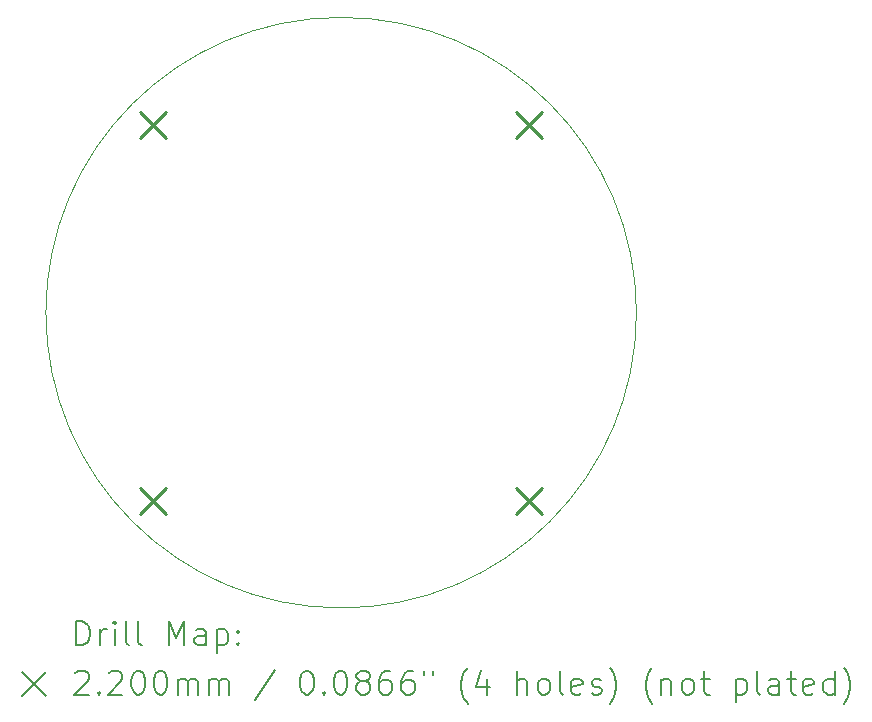
<source format=gbr>
%TF.GenerationSoftware,KiCad,Pcbnew,8.0.1*%
%TF.CreationDate,2024-06-09T19:36:17+05:00*%
%TF.ProjectId,bno85,626e6f38-352e-46b6-9963-61645f706362,rev?*%
%TF.SameCoordinates,Original*%
%TF.FileFunction,Drillmap*%
%TF.FilePolarity,Positive*%
%FSLAX45Y45*%
G04 Gerber Fmt 4.5, Leading zero omitted, Abs format (unit mm)*
G04 Created by KiCad (PCBNEW 8.0.1) date 2024-06-09 19:36:17*
%MOMM*%
%LPD*%
G01*
G04 APERTURE LIST*
%ADD10C,0.050000*%
%ADD11C,0.200000*%
%ADD12C,0.220000*%
G04 APERTURE END LIST*
D10*
X23205000Y-9670000D02*
G75*
G02*
X18205000Y-9670000I-2500000J0D01*
G01*
X18205000Y-9670000D02*
G75*
G02*
X23205000Y-9670000I2500000J0D01*
G01*
D11*
D12*
X19004010Y-7969010D02*
X19224010Y-8189010D01*
X19224010Y-7969010D02*
X19004010Y-8189010D01*
X19004010Y-11150990D02*
X19224010Y-11370990D01*
X19224010Y-11150990D02*
X19004010Y-11370990D01*
X22185990Y-7969010D02*
X22405990Y-8189010D01*
X22405990Y-7969010D02*
X22185990Y-8189010D01*
X22185990Y-11150990D02*
X22405990Y-11370990D01*
X22405990Y-11150990D02*
X22185990Y-11370990D01*
D11*
X18463277Y-12483984D02*
X18463277Y-12283984D01*
X18463277Y-12283984D02*
X18510896Y-12283984D01*
X18510896Y-12283984D02*
X18539467Y-12293508D01*
X18539467Y-12293508D02*
X18558515Y-12312555D01*
X18558515Y-12312555D02*
X18568039Y-12331603D01*
X18568039Y-12331603D02*
X18577563Y-12369698D01*
X18577563Y-12369698D02*
X18577563Y-12398269D01*
X18577563Y-12398269D02*
X18568039Y-12436365D01*
X18568039Y-12436365D02*
X18558515Y-12455412D01*
X18558515Y-12455412D02*
X18539467Y-12474460D01*
X18539467Y-12474460D02*
X18510896Y-12483984D01*
X18510896Y-12483984D02*
X18463277Y-12483984D01*
X18663277Y-12483984D02*
X18663277Y-12350650D01*
X18663277Y-12388746D02*
X18672801Y-12369698D01*
X18672801Y-12369698D02*
X18682324Y-12360174D01*
X18682324Y-12360174D02*
X18701372Y-12350650D01*
X18701372Y-12350650D02*
X18720420Y-12350650D01*
X18787086Y-12483984D02*
X18787086Y-12350650D01*
X18787086Y-12283984D02*
X18777563Y-12293508D01*
X18777563Y-12293508D02*
X18787086Y-12303031D01*
X18787086Y-12303031D02*
X18796610Y-12293508D01*
X18796610Y-12293508D02*
X18787086Y-12283984D01*
X18787086Y-12283984D02*
X18787086Y-12303031D01*
X18910896Y-12483984D02*
X18891848Y-12474460D01*
X18891848Y-12474460D02*
X18882324Y-12455412D01*
X18882324Y-12455412D02*
X18882324Y-12283984D01*
X19015658Y-12483984D02*
X18996610Y-12474460D01*
X18996610Y-12474460D02*
X18987086Y-12455412D01*
X18987086Y-12455412D02*
X18987086Y-12283984D01*
X19244229Y-12483984D02*
X19244229Y-12283984D01*
X19244229Y-12283984D02*
X19310896Y-12426841D01*
X19310896Y-12426841D02*
X19377563Y-12283984D01*
X19377563Y-12283984D02*
X19377563Y-12483984D01*
X19558515Y-12483984D02*
X19558515Y-12379222D01*
X19558515Y-12379222D02*
X19548991Y-12360174D01*
X19548991Y-12360174D02*
X19529944Y-12350650D01*
X19529944Y-12350650D02*
X19491848Y-12350650D01*
X19491848Y-12350650D02*
X19472801Y-12360174D01*
X19558515Y-12474460D02*
X19539467Y-12483984D01*
X19539467Y-12483984D02*
X19491848Y-12483984D01*
X19491848Y-12483984D02*
X19472801Y-12474460D01*
X19472801Y-12474460D02*
X19463277Y-12455412D01*
X19463277Y-12455412D02*
X19463277Y-12436365D01*
X19463277Y-12436365D02*
X19472801Y-12417317D01*
X19472801Y-12417317D02*
X19491848Y-12407793D01*
X19491848Y-12407793D02*
X19539467Y-12407793D01*
X19539467Y-12407793D02*
X19558515Y-12398269D01*
X19653753Y-12350650D02*
X19653753Y-12550650D01*
X19653753Y-12360174D02*
X19672801Y-12350650D01*
X19672801Y-12350650D02*
X19710896Y-12350650D01*
X19710896Y-12350650D02*
X19729944Y-12360174D01*
X19729944Y-12360174D02*
X19739467Y-12369698D01*
X19739467Y-12369698D02*
X19748991Y-12388746D01*
X19748991Y-12388746D02*
X19748991Y-12445888D01*
X19748991Y-12445888D02*
X19739467Y-12464936D01*
X19739467Y-12464936D02*
X19729944Y-12474460D01*
X19729944Y-12474460D02*
X19710896Y-12483984D01*
X19710896Y-12483984D02*
X19672801Y-12483984D01*
X19672801Y-12483984D02*
X19653753Y-12474460D01*
X19834705Y-12464936D02*
X19844229Y-12474460D01*
X19844229Y-12474460D02*
X19834705Y-12483984D01*
X19834705Y-12483984D02*
X19825182Y-12474460D01*
X19825182Y-12474460D02*
X19834705Y-12464936D01*
X19834705Y-12464936D02*
X19834705Y-12483984D01*
X19834705Y-12360174D02*
X19844229Y-12369698D01*
X19844229Y-12369698D02*
X19834705Y-12379222D01*
X19834705Y-12379222D02*
X19825182Y-12369698D01*
X19825182Y-12369698D02*
X19834705Y-12360174D01*
X19834705Y-12360174D02*
X19834705Y-12379222D01*
X18002500Y-12712500D02*
X18202500Y-12912500D01*
X18202500Y-12712500D02*
X18002500Y-12912500D01*
X18453753Y-12723031D02*
X18463277Y-12713508D01*
X18463277Y-12713508D02*
X18482324Y-12703984D01*
X18482324Y-12703984D02*
X18529944Y-12703984D01*
X18529944Y-12703984D02*
X18548991Y-12713508D01*
X18548991Y-12713508D02*
X18558515Y-12723031D01*
X18558515Y-12723031D02*
X18568039Y-12742079D01*
X18568039Y-12742079D02*
X18568039Y-12761127D01*
X18568039Y-12761127D02*
X18558515Y-12789698D01*
X18558515Y-12789698D02*
X18444229Y-12903984D01*
X18444229Y-12903984D02*
X18568039Y-12903984D01*
X18653753Y-12884936D02*
X18663277Y-12894460D01*
X18663277Y-12894460D02*
X18653753Y-12903984D01*
X18653753Y-12903984D02*
X18644229Y-12894460D01*
X18644229Y-12894460D02*
X18653753Y-12884936D01*
X18653753Y-12884936D02*
X18653753Y-12903984D01*
X18739467Y-12723031D02*
X18748991Y-12713508D01*
X18748991Y-12713508D02*
X18768039Y-12703984D01*
X18768039Y-12703984D02*
X18815658Y-12703984D01*
X18815658Y-12703984D02*
X18834705Y-12713508D01*
X18834705Y-12713508D02*
X18844229Y-12723031D01*
X18844229Y-12723031D02*
X18853753Y-12742079D01*
X18853753Y-12742079D02*
X18853753Y-12761127D01*
X18853753Y-12761127D02*
X18844229Y-12789698D01*
X18844229Y-12789698D02*
X18729944Y-12903984D01*
X18729944Y-12903984D02*
X18853753Y-12903984D01*
X18977563Y-12703984D02*
X18996610Y-12703984D01*
X18996610Y-12703984D02*
X19015658Y-12713508D01*
X19015658Y-12713508D02*
X19025182Y-12723031D01*
X19025182Y-12723031D02*
X19034705Y-12742079D01*
X19034705Y-12742079D02*
X19044229Y-12780174D01*
X19044229Y-12780174D02*
X19044229Y-12827793D01*
X19044229Y-12827793D02*
X19034705Y-12865888D01*
X19034705Y-12865888D02*
X19025182Y-12884936D01*
X19025182Y-12884936D02*
X19015658Y-12894460D01*
X19015658Y-12894460D02*
X18996610Y-12903984D01*
X18996610Y-12903984D02*
X18977563Y-12903984D01*
X18977563Y-12903984D02*
X18958515Y-12894460D01*
X18958515Y-12894460D02*
X18948991Y-12884936D01*
X18948991Y-12884936D02*
X18939467Y-12865888D01*
X18939467Y-12865888D02*
X18929944Y-12827793D01*
X18929944Y-12827793D02*
X18929944Y-12780174D01*
X18929944Y-12780174D02*
X18939467Y-12742079D01*
X18939467Y-12742079D02*
X18948991Y-12723031D01*
X18948991Y-12723031D02*
X18958515Y-12713508D01*
X18958515Y-12713508D02*
X18977563Y-12703984D01*
X19168039Y-12703984D02*
X19187086Y-12703984D01*
X19187086Y-12703984D02*
X19206134Y-12713508D01*
X19206134Y-12713508D02*
X19215658Y-12723031D01*
X19215658Y-12723031D02*
X19225182Y-12742079D01*
X19225182Y-12742079D02*
X19234705Y-12780174D01*
X19234705Y-12780174D02*
X19234705Y-12827793D01*
X19234705Y-12827793D02*
X19225182Y-12865888D01*
X19225182Y-12865888D02*
X19215658Y-12884936D01*
X19215658Y-12884936D02*
X19206134Y-12894460D01*
X19206134Y-12894460D02*
X19187086Y-12903984D01*
X19187086Y-12903984D02*
X19168039Y-12903984D01*
X19168039Y-12903984D02*
X19148991Y-12894460D01*
X19148991Y-12894460D02*
X19139467Y-12884936D01*
X19139467Y-12884936D02*
X19129944Y-12865888D01*
X19129944Y-12865888D02*
X19120420Y-12827793D01*
X19120420Y-12827793D02*
X19120420Y-12780174D01*
X19120420Y-12780174D02*
X19129944Y-12742079D01*
X19129944Y-12742079D02*
X19139467Y-12723031D01*
X19139467Y-12723031D02*
X19148991Y-12713508D01*
X19148991Y-12713508D02*
X19168039Y-12703984D01*
X19320420Y-12903984D02*
X19320420Y-12770650D01*
X19320420Y-12789698D02*
X19329944Y-12780174D01*
X19329944Y-12780174D02*
X19348991Y-12770650D01*
X19348991Y-12770650D02*
X19377563Y-12770650D01*
X19377563Y-12770650D02*
X19396610Y-12780174D01*
X19396610Y-12780174D02*
X19406134Y-12799222D01*
X19406134Y-12799222D02*
X19406134Y-12903984D01*
X19406134Y-12799222D02*
X19415658Y-12780174D01*
X19415658Y-12780174D02*
X19434705Y-12770650D01*
X19434705Y-12770650D02*
X19463277Y-12770650D01*
X19463277Y-12770650D02*
X19482325Y-12780174D01*
X19482325Y-12780174D02*
X19491848Y-12799222D01*
X19491848Y-12799222D02*
X19491848Y-12903984D01*
X19587086Y-12903984D02*
X19587086Y-12770650D01*
X19587086Y-12789698D02*
X19596610Y-12780174D01*
X19596610Y-12780174D02*
X19615658Y-12770650D01*
X19615658Y-12770650D02*
X19644229Y-12770650D01*
X19644229Y-12770650D02*
X19663277Y-12780174D01*
X19663277Y-12780174D02*
X19672801Y-12799222D01*
X19672801Y-12799222D02*
X19672801Y-12903984D01*
X19672801Y-12799222D02*
X19682325Y-12780174D01*
X19682325Y-12780174D02*
X19701372Y-12770650D01*
X19701372Y-12770650D02*
X19729944Y-12770650D01*
X19729944Y-12770650D02*
X19748991Y-12780174D01*
X19748991Y-12780174D02*
X19758515Y-12799222D01*
X19758515Y-12799222D02*
X19758515Y-12903984D01*
X20148991Y-12694460D02*
X19977563Y-12951603D01*
X20406134Y-12703984D02*
X20425182Y-12703984D01*
X20425182Y-12703984D02*
X20444229Y-12713508D01*
X20444229Y-12713508D02*
X20453753Y-12723031D01*
X20453753Y-12723031D02*
X20463277Y-12742079D01*
X20463277Y-12742079D02*
X20472801Y-12780174D01*
X20472801Y-12780174D02*
X20472801Y-12827793D01*
X20472801Y-12827793D02*
X20463277Y-12865888D01*
X20463277Y-12865888D02*
X20453753Y-12884936D01*
X20453753Y-12884936D02*
X20444229Y-12894460D01*
X20444229Y-12894460D02*
X20425182Y-12903984D01*
X20425182Y-12903984D02*
X20406134Y-12903984D01*
X20406134Y-12903984D02*
X20387087Y-12894460D01*
X20387087Y-12894460D02*
X20377563Y-12884936D01*
X20377563Y-12884936D02*
X20368039Y-12865888D01*
X20368039Y-12865888D02*
X20358515Y-12827793D01*
X20358515Y-12827793D02*
X20358515Y-12780174D01*
X20358515Y-12780174D02*
X20368039Y-12742079D01*
X20368039Y-12742079D02*
X20377563Y-12723031D01*
X20377563Y-12723031D02*
X20387087Y-12713508D01*
X20387087Y-12713508D02*
X20406134Y-12703984D01*
X20558515Y-12884936D02*
X20568039Y-12894460D01*
X20568039Y-12894460D02*
X20558515Y-12903984D01*
X20558515Y-12903984D02*
X20548991Y-12894460D01*
X20548991Y-12894460D02*
X20558515Y-12884936D01*
X20558515Y-12884936D02*
X20558515Y-12903984D01*
X20691848Y-12703984D02*
X20710896Y-12703984D01*
X20710896Y-12703984D02*
X20729944Y-12713508D01*
X20729944Y-12713508D02*
X20739468Y-12723031D01*
X20739468Y-12723031D02*
X20748991Y-12742079D01*
X20748991Y-12742079D02*
X20758515Y-12780174D01*
X20758515Y-12780174D02*
X20758515Y-12827793D01*
X20758515Y-12827793D02*
X20748991Y-12865888D01*
X20748991Y-12865888D02*
X20739468Y-12884936D01*
X20739468Y-12884936D02*
X20729944Y-12894460D01*
X20729944Y-12894460D02*
X20710896Y-12903984D01*
X20710896Y-12903984D02*
X20691848Y-12903984D01*
X20691848Y-12903984D02*
X20672801Y-12894460D01*
X20672801Y-12894460D02*
X20663277Y-12884936D01*
X20663277Y-12884936D02*
X20653753Y-12865888D01*
X20653753Y-12865888D02*
X20644229Y-12827793D01*
X20644229Y-12827793D02*
X20644229Y-12780174D01*
X20644229Y-12780174D02*
X20653753Y-12742079D01*
X20653753Y-12742079D02*
X20663277Y-12723031D01*
X20663277Y-12723031D02*
X20672801Y-12713508D01*
X20672801Y-12713508D02*
X20691848Y-12703984D01*
X20872801Y-12789698D02*
X20853753Y-12780174D01*
X20853753Y-12780174D02*
X20844229Y-12770650D01*
X20844229Y-12770650D02*
X20834706Y-12751603D01*
X20834706Y-12751603D02*
X20834706Y-12742079D01*
X20834706Y-12742079D02*
X20844229Y-12723031D01*
X20844229Y-12723031D02*
X20853753Y-12713508D01*
X20853753Y-12713508D02*
X20872801Y-12703984D01*
X20872801Y-12703984D02*
X20910896Y-12703984D01*
X20910896Y-12703984D02*
X20929944Y-12713508D01*
X20929944Y-12713508D02*
X20939468Y-12723031D01*
X20939468Y-12723031D02*
X20948991Y-12742079D01*
X20948991Y-12742079D02*
X20948991Y-12751603D01*
X20948991Y-12751603D02*
X20939468Y-12770650D01*
X20939468Y-12770650D02*
X20929944Y-12780174D01*
X20929944Y-12780174D02*
X20910896Y-12789698D01*
X20910896Y-12789698D02*
X20872801Y-12789698D01*
X20872801Y-12789698D02*
X20853753Y-12799222D01*
X20853753Y-12799222D02*
X20844229Y-12808746D01*
X20844229Y-12808746D02*
X20834706Y-12827793D01*
X20834706Y-12827793D02*
X20834706Y-12865888D01*
X20834706Y-12865888D02*
X20844229Y-12884936D01*
X20844229Y-12884936D02*
X20853753Y-12894460D01*
X20853753Y-12894460D02*
X20872801Y-12903984D01*
X20872801Y-12903984D02*
X20910896Y-12903984D01*
X20910896Y-12903984D02*
X20929944Y-12894460D01*
X20929944Y-12894460D02*
X20939468Y-12884936D01*
X20939468Y-12884936D02*
X20948991Y-12865888D01*
X20948991Y-12865888D02*
X20948991Y-12827793D01*
X20948991Y-12827793D02*
X20939468Y-12808746D01*
X20939468Y-12808746D02*
X20929944Y-12799222D01*
X20929944Y-12799222D02*
X20910896Y-12789698D01*
X21120420Y-12703984D02*
X21082325Y-12703984D01*
X21082325Y-12703984D02*
X21063277Y-12713508D01*
X21063277Y-12713508D02*
X21053753Y-12723031D01*
X21053753Y-12723031D02*
X21034706Y-12751603D01*
X21034706Y-12751603D02*
X21025182Y-12789698D01*
X21025182Y-12789698D02*
X21025182Y-12865888D01*
X21025182Y-12865888D02*
X21034706Y-12884936D01*
X21034706Y-12884936D02*
X21044229Y-12894460D01*
X21044229Y-12894460D02*
X21063277Y-12903984D01*
X21063277Y-12903984D02*
X21101372Y-12903984D01*
X21101372Y-12903984D02*
X21120420Y-12894460D01*
X21120420Y-12894460D02*
X21129944Y-12884936D01*
X21129944Y-12884936D02*
X21139468Y-12865888D01*
X21139468Y-12865888D02*
X21139468Y-12818269D01*
X21139468Y-12818269D02*
X21129944Y-12799222D01*
X21129944Y-12799222D02*
X21120420Y-12789698D01*
X21120420Y-12789698D02*
X21101372Y-12780174D01*
X21101372Y-12780174D02*
X21063277Y-12780174D01*
X21063277Y-12780174D02*
X21044229Y-12789698D01*
X21044229Y-12789698D02*
X21034706Y-12799222D01*
X21034706Y-12799222D02*
X21025182Y-12818269D01*
X21310896Y-12703984D02*
X21272801Y-12703984D01*
X21272801Y-12703984D02*
X21253753Y-12713508D01*
X21253753Y-12713508D02*
X21244229Y-12723031D01*
X21244229Y-12723031D02*
X21225182Y-12751603D01*
X21225182Y-12751603D02*
X21215658Y-12789698D01*
X21215658Y-12789698D02*
X21215658Y-12865888D01*
X21215658Y-12865888D02*
X21225182Y-12884936D01*
X21225182Y-12884936D02*
X21234706Y-12894460D01*
X21234706Y-12894460D02*
X21253753Y-12903984D01*
X21253753Y-12903984D02*
X21291849Y-12903984D01*
X21291849Y-12903984D02*
X21310896Y-12894460D01*
X21310896Y-12894460D02*
X21320420Y-12884936D01*
X21320420Y-12884936D02*
X21329944Y-12865888D01*
X21329944Y-12865888D02*
X21329944Y-12818269D01*
X21329944Y-12818269D02*
X21320420Y-12799222D01*
X21320420Y-12799222D02*
X21310896Y-12789698D01*
X21310896Y-12789698D02*
X21291849Y-12780174D01*
X21291849Y-12780174D02*
X21253753Y-12780174D01*
X21253753Y-12780174D02*
X21234706Y-12789698D01*
X21234706Y-12789698D02*
X21225182Y-12799222D01*
X21225182Y-12799222D02*
X21215658Y-12818269D01*
X21406134Y-12703984D02*
X21406134Y-12742079D01*
X21482325Y-12703984D02*
X21482325Y-12742079D01*
X21777563Y-12980174D02*
X21768039Y-12970650D01*
X21768039Y-12970650D02*
X21748991Y-12942079D01*
X21748991Y-12942079D02*
X21739468Y-12923031D01*
X21739468Y-12923031D02*
X21729944Y-12894460D01*
X21729944Y-12894460D02*
X21720420Y-12846841D01*
X21720420Y-12846841D02*
X21720420Y-12808746D01*
X21720420Y-12808746D02*
X21729944Y-12761127D01*
X21729944Y-12761127D02*
X21739468Y-12732555D01*
X21739468Y-12732555D02*
X21748991Y-12713508D01*
X21748991Y-12713508D02*
X21768039Y-12684936D01*
X21768039Y-12684936D02*
X21777563Y-12675412D01*
X21939468Y-12770650D02*
X21939468Y-12903984D01*
X21891849Y-12694460D02*
X21844230Y-12837317D01*
X21844230Y-12837317D02*
X21968039Y-12837317D01*
X22196611Y-12903984D02*
X22196611Y-12703984D01*
X22282325Y-12903984D02*
X22282325Y-12799222D01*
X22282325Y-12799222D02*
X22272801Y-12780174D01*
X22272801Y-12780174D02*
X22253753Y-12770650D01*
X22253753Y-12770650D02*
X22225182Y-12770650D01*
X22225182Y-12770650D02*
X22206134Y-12780174D01*
X22206134Y-12780174D02*
X22196611Y-12789698D01*
X22406134Y-12903984D02*
X22387087Y-12894460D01*
X22387087Y-12894460D02*
X22377563Y-12884936D01*
X22377563Y-12884936D02*
X22368039Y-12865888D01*
X22368039Y-12865888D02*
X22368039Y-12808746D01*
X22368039Y-12808746D02*
X22377563Y-12789698D01*
X22377563Y-12789698D02*
X22387087Y-12780174D01*
X22387087Y-12780174D02*
X22406134Y-12770650D01*
X22406134Y-12770650D02*
X22434706Y-12770650D01*
X22434706Y-12770650D02*
X22453753Y-12780174D01*
X22453753Y-12780174D02*
X22463277Y-12789698D01*
X22463277Y-12789698D02*
X22472801Y-12808746D01*
X22472801Y-12808746D02*
X22472801Y-12865888D01*
X22472801Y-12865888D02*
X22463277Y-12884936D01*
X22463277Y-12884936D02*
X22453753Y-12894460D01*
X22453753Y-12894460D02*
X22434706Y-12903984D01*
X22434706Y-12903984D02*
X22406134Y-12903984D01*
X22587087Y-12903984D02*
X22568039Y-12894460D01*
X22568039Y-12894460D02*
X22558515Y-12875412D01*
X22558515Y-12875412D02*
X22558515Y-12703984D01*
X22739468Y-12894460D02*
X22720420Y-12903984D01*
X22720420Y-12903984D02*
X22682325Y-12903984D01*
X22682325Y-12903984D02*
X22663277Y-12894460D01*
X22663277Y-12894460D02*
X22653753Y-12875412D01*
X22653753Y-12875412D02*
X22653753Y-12799222D01*
X22653753Y-12799222D02*
X22663277Y-12780174D01*
X22663277Y-12780174D02*
X22682325Y-12770650D01*
X22682325Y-12770650D02*
X22720420Y-12770650D01*
X22720420Y-12770650D02*
X22739468Y-12780174D01*
X22739468Y-12780174D02*
X22748991Y-12799222D01*
X22748991Y-12799222D02*
X22748991Y-12818269D01*
X22748991Y-12818269D02*
X22653753Y-12837317D01*
X22825182Y-12894460D02*
X22844230Y-12903984D01*
X22844230Y-12903984D02*
X22882325Y-12903984D01*
X22882325Y-12903984D02*
X22901372Y-12894460D01*
X22901372Y-12894460D02*
X22910896Y-12875412D01*
X22910896Y-12875412D02*
X22910896Y-12865888D01*
X22910896Y-12865888D02*
X22901372Y-12846841D01*
X22901372Y-12846841D02*
X22882325Y-12837317D01*
X22882325Y-12837317D02*
X22853753Y-12837317D01*
X22853753Y-12837317D02*
X22834706Y-12827793D01*
X22834706Y-12827793D02*
X22825182Y-12808746D01*
X22825182Y-12808746D02*
X22825182Y-12799222D01*
X22825182Y-12799222D02*
X22834706Y-12780174D01*
X22834706Y-12780174D02*
X22853753Y-12770650D01*
X22853753Y-12770650D02*
X22882325Y-12770650D01*
X22882325Y-12770650D02*
X22901372Y-12780174D01*
X22977563Y-12980174D02*
X22987087Y-12970650D01*
X22987087Y-12970650D02*
X23006134Y-12942079D01*
X23006134Y-12942079D02*
X23015658Y-12923031D01*
X23015658Y-12923031D02*
X23025182Y-12894460D01*
X23025182Y-12894460D02*
X23034706Y-12846841D01*
X23034706Y-12846841D02*
X23034706Y-12808746D01*
X23034706Y-12808746D02*
X23025182Y-12761127D01*
X23025182Y-12761127D02*
X23015658Y-12732555D01*
X23015658Y-12732555D02*
X23006134Y-12713508D01*
X23006134Y-12713508D02*
X22987087Y-12684936D01*
X22987087Y-12684936D02*
X22977563Y-12675412D01*
X23339468Y-12980174D02*
X23329944Y-12970650D01*
X23329944Y-12970650D02*
X23310896Y-12942079D01*
X23310896Y-12942079D02*
X23301372Y-12923031D01*
X23301372Y-12923031D02*
X23291849Y-12894460D01*
X23291849Y-12894460D02*
X23282325Y-12846841D01*
X23282325Y-12846841D02*
X23282325Y-12808746D01*
X23282325Y-12808746D02*
X23291849Y-12761127D01*
X23291849Y-12761127D02*
X23301372Y-12732555D01*
X23301372Y-12732555D02*
X23310896Y-12713508D01*
X23310896Y-12713508D02*
X23329944Y-12684936D01*
X23329944Y-12684936D02*
X23339468Y-12675412D01*
X23415658Y-12770650D02*
X23415658Y-12903984D01*
X23415658Y-12789698D02*
X23425182Y-12780174D01*
X23425182Y-12780174D02*
X23444230Y-12770650D01*
X23444230Y-12770650D02*
X23472801Y-12770650D01*
X23472801Y-12770650D02*
X23491849Y-12780174D01*
X23491849Y-12780174D02*
X23501372Y-12799222D01*
X23501372Y-12799222D02*
X23501372Y-12903984D01*
X23625182Y-12903984D02*
X23606134Y-12894460D01*
X23606134Y-12894460D02*
X23596611Y-12884936D01*
X23596611Y-12884936D02*
X23587087Y-12865888D01*
X23587087Y-12865888D02*
X23587087Y-12808746D01*
X23587087Y-12808746D02*
X23596611Y-12789698D01*
X23596611Y-12789698D02*
X23606134Y-12780174D01*
X23606134Y-12780174D02*
X23625182Y-12770650D01*
X23625182Y-12770650D02*
X23653753Y-12770650D01*
X23653753Y-12770650D02*
X23672801Y-12780174D01*
X23672801Y-12780174D02*
X23682325Y-12789698D01*
X23682325Y-12789698D02*
X23691849Y-12808746D01*
X23691849Y-12808746D02*
X23691849Y-12865888D01*
X23691849Y-12865888D02*
X23682325Y-12884936D01*
X23682325Y-12884936D02*
X23672801Y-12894460D01*
X23672801Y-12894460D02*
X23653753Y-12903984D01*
X23653753Y-12903984D02*
X23625182Y-12903984D01*
X23748992Y-12770650D02*
X23825182Y-12770650D01*
X23777563Y-12703984D02*
X23777563Y-12875412D01*
X23777563Y-12875412D02*
X23787087Y-12894460D01*
X23787087Y-12894460D02*
X23806134Y-12903984D01*
X23806134Y-12903984D02*
X23825182Y-12903984D01*
X24044230Y-12770650D02*
X24044230Y-12970650D01*
X24044230Y-12780174D02*
X24063277Y-12770650D01*
X24063277Y-12770650D02*
X24101373Y-12770650D01*
X24101373Y-12770650D02*
X24120420Y-12780174D01*
X24120420Y-12780174D02*
X24129944Y-12789698D01*
X24129944Y-12789698D02*
X24139468Y-12808746D01*
X24139468Y-12808746D02*
X24139468Y-12865888D01*
X24139468Y-12865888D02*
X24129944Y-12884936D01*
X24129944Y-12884936D02*
X24120420Y-12894460D01*
X24120420Y-12894460D02*
X24101373Y-12903984D01*
X24101373Y-12903984D02*
X24063277Y-12903984D01*
X24063277Y-12903984D02*
X24044230Y-12894460D01*
X24253753Y-12903984D02*
X24234706Y-12894460D01*
X24234706Y-12894460D02*
X24225182Y-12875412D01*
X24225182Y-12875412D02*
X24225182Y-12703984D01*
X24415658Y-12903984D02*
X24415658Y-12799222D01*
X24415658Y-12799222D02*
X24406134Y-12780174D01*
X24406134Y-12780174D02*
X24387087Y-12770650D01*
X24387087Y-12770650D02*
X24348992Y-12770650D01*
X24348992Y-12770650D02*
X24329944Y-12780174D01*
X24415658Y-12894460D02*
X24396611Y-12903984D01*
X24396611Y-12903984D02*
X24348992Y-12903984D01*
X24348992Y-12903984D02*
X24329944Y-12894460D01*
X24329944Y-12894460D02*
X24320420Y-12875412D01*
X24320420Y-12875412D02*
X24320420Y-12856365D01*
X24320420Y-12856365D02*
X24329944Y-12837317D01*
X24329944Y-12837317D02*
X24348992Y-12827793D01*
X24348992Y-12827793D02*
X24396611Y-12827793D01*
X24396611Y-12827793D02*
X24415658Y-12818269D01*
X24482325Y-12770650D02*
X24558515Y-12770650D01*
X24510896Y-12703984D02*
X24510896Y-12875412D01*
X24510896Y-12875412D02*
X24520420Y-12894460D01*
X24520420Y-12894460D02*
X24539468Y-12903984D01*
X24539468Y-12903984D02*
X24558515Y-12903984D01*
X24701373Y-12894460D02*
X24682325Y-12903984D01*
X24682325Y-12903984D02*
X24644230Y-12903984D01*
X24644230Y-12903984D02*
X24625182Y-12894460D01*
X24625182Y-12894460D02*
X24615658Y-12875412D01*
X24615658Y-12875412D02*
X24615658Y-12799222D01*
X24615658Y-12799222D02*
X24625182Y-12780174D01*
X24625182Y-12780174D02*
X24644230Y-12770650D01*
X24644230Y-12770650D02*
X24682325Y-12770650D01*
X24682325Y-12770650D02*
X24701373Y-12780174D01*
X24701373Y-12780174D02*
X24710896Y-12799222D01*
X24710896Y-12799222D02*
X24710896Y-12818269D01*
X24710896Y-12818269D02*
X24615658Y-12837317D01*
X24882325Y-12903984D02*
X24882325Y-12703984D01*
X24882325Y-12894460D02*
X24863277Y-12903984D01*
X24863277Y-12903984D02*
X24825182Y-12903984D01*
X24825182Y-12903984D02*
X24806134Y-12894460D01*
X24806134Y-12894460D02*
X24796611Y-12884936D01*
X24796611Y-12884936D02*
X24787087Y-12865888D01*
X24787087Y-12865888D02*
X24787087Y-12808746D01*
X24787087Y-12808746D02*
X24796611Y-12789698D01*
X24796611Y-12789698D02*
X24806134Y-12780174D01*
X24806134Y-12780174D02*
X24825182Y-12770650D01*
X24825182Y-12770650D02*
X24863277Y-12770650D01*
X24863277Y-12770650D02*
X24882325Y-12780174D01*
X24958515Y-12980174D02*
X24968039Y-12970650D01*
X24968039Y-12970650D02*
X24987087Y-12942079D01*
X24987087Y-12942079D02*
X24996611Y-12923031D01*
X24996611Y-12923031D02*
X25006134Y-12894460D01*
X25006134Y-12894460D02*
X25015658Y-12846841D01*
X25015658Y-12846841D02*
X25015658Y-12808746D01*
X25015658Y-12808746D02*
X25006134Y-12761127D01*
X25006134Y-12761127D02*
X24996611Y-12732555D01*
X24996611Y-12732555D02*
X24987087Y-12713508D01*
X24987087Y-12713508D02*
X24968039Y-12684936D01*
X24968039Y-12684936D02*
X24958515Y-12675412D01*
M02*

</source>
